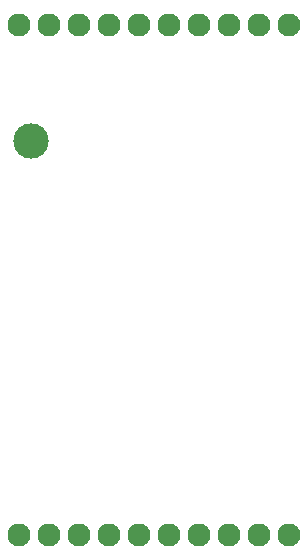
<source format=gbr>
%TF.GenerationSoftware,KiCad,Pcbnew,8.0.8*%
%TF.CreationDate,2025-02-03T20:57:14-05:00*%
%TF.ProjectId,5V Converter Module,35562043-6f6e-4766-9572-746572204d6f,rev?*%
%TF.SameCoordinates,Original*%
%TF.FileFunction,Soldermask,Bot*%
%TF.FilePolarity,Negative*%
%FSLAX46Y46*%
G04 Gerber Fmt 4.6, Leading zero omitted, Abs format (unit mm)*
G04 Created by KiCad (PCBNEW 8.0.8) date 2025-02-03 20:57:14*
%MOMM*%
%LPD*%
G01*
G04 APERTURE LIST*
%ADD10C,3.000000*%
%ADD11C,1.954000*%
G04 APERTURE END LIST*
D10*
%TO.C,+5V*%
X51840000Y-35215850D03*
%TD*%
D11*
%TO.C,J1*%
X50800000Y-25400000D03*
X53340000Y-25400000D03*
X55880000Y-25400000D03*
X58420000Y-25400000D03*
X60960000Y-25400000D03*
X63500000Y-25400000D03*
X66040000Y-25400000D03*
X68580000Y-25400000D03*
X71120000Y-25400000D03*
X73660000Y-25400000D03*
%TD*%
%TO.C,J1*%
X50800000Y-68580000D03*
X53340000Y-68580000D03*
X55880000Y-68580000D03*
X58420000Y-68580000D03*
X60960000Y-68580000D03*
X63500000Y-68580000D03*
X66040000Y-68580000D03*
X68580000Y-68580000D03*
X71120000Y-68580000D03*
X73660000Y-68580000D03*
%TD*%
M02*

</source>
